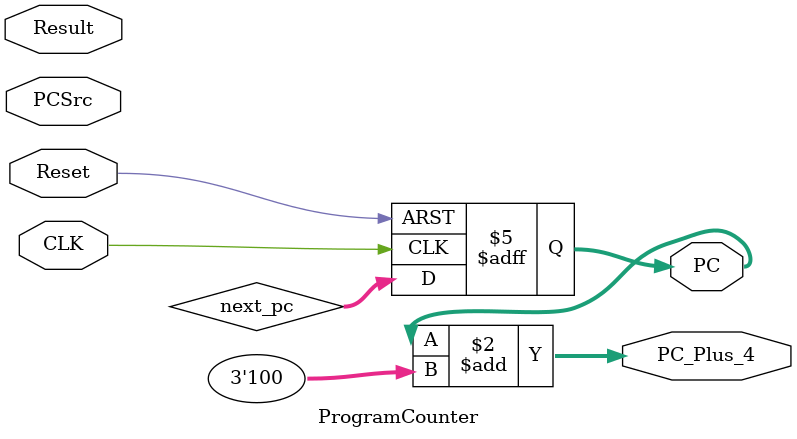
<source format=v>
module ProgramCounter(
    input CLK,
    input Reset,
    input PCSrc,
    input [31:0] Result,
    
    output reg [31:0] PC,
    output [31:0] PC_Plus_4
); 

//fill your Verilog code here
wire[31:0] next_pc;
assign next_PC = PCSrc ? Result: PC_Plus_4;
assign PC_Plus_4=PC+3'd4;

always@(posedge CLK or negedge Reset)begin 
    if(!Reset)begin
        PC<=32'b0;
    end
    else PC<=next_pc;
end

endmodule
//finished
</source>
